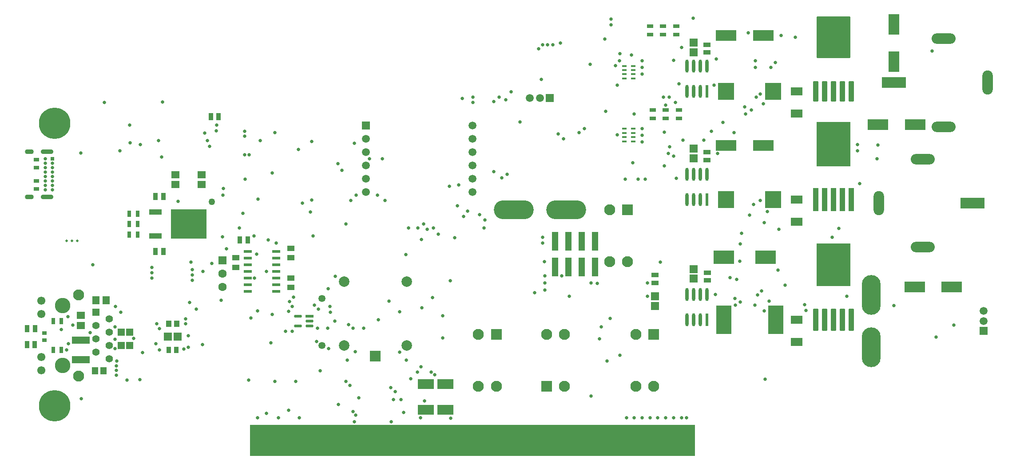
<source format=gbs>
G04*
G04 #@! TF.GenerationSoftware,Altium Limited,Altium Designer,21.3.2 (30)*
G04*
G04 Layer_Color=16711935*
%FSLAX25Y25*%
%MOIN*%
G70*
G04*
G04 #@! TF.SameCoordinates,06CA3BE7-F167-48F9-AA53-4FDEF555C1C3*
G04*
G04*
G04 #@! TF.FilePolarity,Negative*
G04*
G01*
G75*
%ADD21R,0.04921X0.03150*%
%ADD26R,0.07874X0.15748*%
%ADD27R,0.08583X0.06378*%
%ADD29R,0.11417X0.21260*%
G04:AMPARAMS|DCode=30|XSize=39.37mil|YSize=163.39mil|CornerRadius=1.97mil|HoleSize=0mil|Usage=FLASHONLY|Rotation=0.000|XOffset=0mil|YOffset=0mil|HoleType=Round|Shape=RoundedRectangle|*
%AMROUNDEDRECTD30*
21,1,0.03937,0.15945,0,0,0.0*
21,1,0.03543,0.16339,0,0,0.0*
1,1,0.00394,0.01772,-0.07972*
1,1,0.00394,-0.01772,-0.07972*
1,1,0.00394,-0.01772,0.07972*
1,1,0.00394,0.01772,0.07972*
%
%ADD30ROUNDEDRECTD30*%
G04:AMPARAMS|DCode=31|XSize=251.97mil|YSize=322.84mil|CornerRadius=2.52mil|HoleSize=0mil|Usage=FLASHONLY|Rotation=0.000|XOffset=0mil|YOffset=0mil|HoleType=Round|Shape=RoundedRectangle|*
%AMROUNDEDRECTD31*
21,1,0.25197,0.31780,0,0,0.0*
21,1,0.24693,0.32284,0,0,0.0*
1,1,0.00504,0.12347,-0.15890*
1,1,0.00504,-0.12347,-0.15890*
1,1,0.00504,-0.12347,0.15890*
1,1,0.00504,0.12347,0.15890*
%
%ADD31ROUNDEDRECTD31*%
%ADD32R,0.03150X0.04921*%
%ADD35R,0.06102X0.05512*%
%ADD36R,0.05315X0.03740*%
%ADD38R,0.03740X0.05315*%
%ADD39R,0.05315X0.03937*%
%ADD43R,0.06102X0.06102*%
%ADD53R,0.12400X0.07700*%
%ADD55R,0.02756X0.16535*%
%ADD56R,0.02756X0.12598*%
%ADD60R,0.06102X0.06102*%
%ADD67R,0.05315X0.06102*%
%ADD79R,3.33858X0.23524*%
%ADD83R,0.05906X0.05906*%
%ADD84C,0.05906*%
G04:AMPARAMS|DCode=85|XSize=299.21mil|YSize=141.73mil|CornerRadius=70.87mil|HoleSize=0mil|Usage=FLASHONLY|Rotation=90.000|XOffset=0mil|YOffset=0mil|HoleType=Round|Shape=RoundedRectangle|*
%AMROUNDEDRECTD85*
21,1,0.29921,0.00000,0,0,90.0*
21,1,0.15748,0.14173,0,0,90.0*
1,1,0.14173,0.00000,0.07874*
1,1,0.14173,0.00000,-0.07874*
1,1,0.14173,0.00000,-0.07874*
1,1,0.14173,0.00000,0.07874*
%
%ADD85ROUNDEDRECTD85*%
%ADD86C,0.06299*%
%ADD87R,0.06299X0.06299*%
%ADD88C,0.05315*%
G04:AMPARAMS|DCode=89|XSize=299.21mil|YSize=141.73mil|CornerRadius=70.87mil|HoleSize=0mil|Usage=FLASHONLY|Rotation=180.000|XOffset=0mil|YOffset=0mil|HoleType=Round|Shape=RoundedRectangle|*
%AMROUNDEDRECTD89*
21,1,0.29921,0.00000,0,0,180.0*
21,1,0.15748,0.14173,0,0,180.0*
1,1,0.14173,-0.07874,0.00000*
1,1,0.14173,0.07874,0.00000*
1,1,0.14173,0.07874,0.00000*
1,1,0.14173,-0.07874,0.00000*
%
%ADD89ROUNDEDRECTD89*%
%ADD90R,0.05906X0.05906*%
%ADD91C,0.07874*%
%ADD92R,0.07874X0.07874*%
G04:AMPARAMS|DCode=93|XSize=78.74mil|YSize=181.1mil|CornerRadius=39.37mil|HoleSize=0mil|Usage=FLASHONLY|Rotation=180.000|XOffset=0mil|YOffset=0mil|HoleType=Round|Shape=RoundedRectangle|*
%AMROUNDEDRECTD93*
21,1,0.07874,0.10236,0,0,180.0*
21,1,0.00000,0.18110,0,0,180.0*
1,1,0.07874,0.00000,0.05118*
1,1,0.07874,0.00000,0.05118*
1,1,0.07874,0.00000,-0.05118*
1,1,0.07874,0.00000,-0.05118*
%
%ADD93ROUNDEDRECTD93*%
G04:AMPARAMS|DCode=94|XSize=181.1mil|YSize=78.74mil|CornerRadius=39.37mil|HoleSize=0mil|Usage=FLASHONLY|Rotation=180.000|XOffset=0mil|YOffset=0mil|HoleType=Round|Shape=RoundedRectangle|*
%AMROUNDEDRECTD94*
21,1,0.18110,0.00000,0,0,180.0*
21,1,0.10236,0.07874,0,0,180.0*
1,1,0.07874,-0.05118,0.00000*
1,1,0.07874,0.05118,0.00000*
1,1,0.07874,0.05118,0.00000*
1,1,0.07874,-0.05118,0.00000*
%
%ADD94ROUNDEDRECTD94*%
%ADD95R,0.18110X0.07874*%
%ADD96C,0.08268*%
%ADD97R,0.08268X0.08268*%
%ADD98C,0.06102*%
%ADD99R,0.05512X0.05512*%
%ADD100C,0.05512*%
%ADD101C,0.11614*%
%ADD102C,0.23622*%
G04:AMPARAMS|DCode=103|XSize=35.43mil|YSize=66.93mil|CornerRadius=17.72mil|HoleSize=0mil|Usage=FLASHONLY|Rotation=270.000|XOffset=0mil|YOffset=0mil|HoleType=Round|Shape=RoundedRectangle|*
%AMROUNDEDRECTD103*
21,1,0.03543,0.03150,0,0,270.0*
21,1,0.00000,0.06693,0,0,270.0*
1,1,0.03543,-0.01575,0.00000*
1,1,0.03543,-0.01575,0.00000*
1,1,0.03543,0.01575,0.00000*
1,1,0.03543,0.01575,0.00000*
%
%ADD103ROUNDEDRECTD103*%
G04:AMPARAMS|DCode=104|XSize=35.43mil|YSize=94.49mil|CornerRadius=17.72mil|HoleSize=0mil|Usage=FLASHONLY|Rotation=270.000|XOffset=0mil|YOffset=0mil|HoleType=Round|Shape=RoundedRectangle|*
%AMROUNDEDRECTD104*
21,1,0.03543,0.05906,0,0,270.0*
21,1,0.00000,0.09449,0,0,270.0*
1,1,0.03543,-0.02953,0.00000*
1,1,0.03543,-0.02953,0.00000*
1,1,0.03543,0.02953,0.00000*
1,1,0.03543,0.02953,0.00000*
%
%ADD104ROUNDEDRECTD104*%
%ADD105R,0.02559X0.02559*%
%ADD106C,0.02559*%
%ADD107C,0.02500*%
%ADD108C,0.05000*%
%ADD109C,0.01968*%
%ADD117R,0.15748X0.09843*%
%ADD118R,0.03543X0.01772*%
%ADD119R,0.15748X0.07874*%
G04:AMPARAMS|DCode=120|XSize=41.34mil|YSize=175.2mil|CornerRadius=2.07mil|HoleSize=0mil|Usage=FLASHONLY|Rotation=0.000|XOffset=0mil|YOffset=0mil|HoleType=Round|Shape=RoundedRectangle|*
%AMROUNDEDRECTD120*
21,1,0.04134,0.17106,0,0,0.0*
21,1,0.03720,0.17520,0,0,0.0*
1,1,0.00413,0.01860,-0.08553*
1,1,0.00413,-0.01860,-0.08553*
1,1,0.00413,-0.01860,0.08553*
1,1,0.00413,0.01860,0.08553*
%
%ADD120ROUNDEDRECTD120*%
G04:AMPARAMS|DCode=121|XSize=253.94mil|YSize=334.65mil|CornerRadius=2.54mil|HoleSize=0mil|Usage=FLASHONLY|Rotation=0.000|XOffset=0mil|YOffset=0mil|HoleType=Round|Shape=RoundedRectangle|*
%AMROUNDEDRECTD121*
21,1,0.25394,0.32957,0,0,0.0*
21,1,0.24886,0.33465,0,0,0.0*
1,1,0.00508,0.12443,-0.16478*
1,1,0.00508,-0.12443,-0.16478*
1,1,0.00508,-0.12443,0.16478*
1,1,0.00508,0.12443,0.16478*
%
%ADD121ROUNDEDRECTD121*%
%ADD122R,0.12299X0.12799*%
%ADD123R,0.02449X0.09740*%
G04:AMPARAMS|DCode=124|XSize=97.4mil|YSize=24.49mil|CornerRadius=12.25mil|HoleSize=0mil|Usage=FLASHONLY|Rotation=90.000|XOffset=0mil|YOffset=0mil|HoleType=Round|Shape=RoundedRectangle|*
%AMROUNDEDRECTD124*
21,1,0.09740,0.00000,0,0,90.0*
21,1,0.07291,0.02449,0,0,90.0*
1,1,0.02449,0.00000,0.03646*
1,1,0.02449,0.00000,-0.03646*
1,1,0.02449,0.00000,-0.03646*
1,1,0.02449,0.00000,0.03646*
%
%ADD124ROUNDEDRECTD124*%
G04:AMPARAMS|DCode=125|XSize=37.4mil|YSize=151.58mil|CornerRadius=2.06mil|HoleSize=0mil|Usage=FLASHONLY|Rotation=0.000|XOffset=0mil|YOffset=0mil|HoleType=Round|Shape=RoundedRectangle|*
%AMROUNDEDRECTD125*
21,1,0.03740,0.14746,0,0,0.0*
21,1,0.03329,0.15158,0,0,0.0*
1,1,0.00411,0.01664,-0.07373*
1,1,0.00411,-0.01664,-0.07373*
1,1,0.00411,-0.01664,0.07373*
1,1,0.00411,0.01664,0.07373*
%
%ADD125ROUNDEDRECTD125*%
G04:AMPARAMS|DCode=126|XSize=251.97mil|YSize=311.02mil|CornerRadius=2.52mil|HoleSize=0mil|Usage=FLASHONLY|Rotation=0.000|XOffset=0mil|YOffset=0mil|HoleType=Round|Shape=RoundedRectangle|*
%AMROUNDEDRECTD126*
21,1,0.25197,0.30598,0,0,0.0*
21,1,0.24693,0.31102,0,0,0.0*
1,1,0.00504,0.12347,-0.15299*
1,1,0.00504,-0.12347,-0.15299*
1,1,0.00504,-0.12347,0.15299*
1,1,0.00504,0.12347,0.15299*
%
%ADD126ROUNDEDRECTD126*%
%ADD127R,0.06102X0.02362*%
%ADD128R,0.26772X0.21850*%
%ADD129R,0.09449X0.03937*%
%ADD130R,0.05926X0.02253*%
G04:AMPARAMS|DCode=131|XSize=59.26mil|YSize=22.53mil|CornerRadius=11.26mil|HoleSize=0mil|Usage=FLASHONLY|Rotation=180.000|XOffset=0mil|YOffset=0mil|HoleType=Round|Shape=RoundedRectangle|*
%AMROUNDEDRECTD131*
21,1,0.05926,0.00000,0,0,180.0*
21,1,0.03674,0.02253,0,0,180.0*
1,1,0.02253,-0.01837,0.00000*
1,1,0.02253,0.01837,0.00000*
1,1,0.02253,0.01837,0.00000*
1,1,0.02253,-0.01837,0.00000*
%
%ADD131ROUNDEDRECTD131*%
%ADD132R,0.05000X0.14488*%
%ADD133R,0.03465X0.02638*%
%ADD134R,0.03771X0.04969*%
%ADD135R,0.03937X0.05118*%
%ADD136R,0.05118X0.05709*%
%ADD137R,0.05315X0.05709*%
%ADD138R,0.13386X0.05512*%
%ADD139R,0.06102X0.05315*%
%ADD140R,0.03937X0.03150*%
D21*
X478346Y252756D02*
D03*
Y259055D02*
D03*
X488189Y252756D02*
D03*
Y259055D02*
D03*
X498032Y252756D02*
D03*
Y259055D02*
D03*
X476378Y315748D02*
D03*
Y322047D02*
D03*
X486221Y315748D02*
D03*
Y322047D02*
D03*
X496063Y315748D02*
D03*
Y322047D02*
D03*
D26*
X659449Y323228D02*
D03*
Y295276D02*
D03*
D27*
X586614Y101181D02*
D03*
Y84567D02*
D03*
Y191575D02*
D03*
Y174961D02*
D03*
Y272874D02*
D03*
Y256260D02*
D03*
D29*
X570669Y101378D02*
D03*
X531693D02*
D03*
D30*
X627559D02*
D03*
X620866D02*
D03*
X614173D02*
D03*
X607480D02*
D03*
X600787D02*
D03*
D31*
X614173Y142520D02*
D03*
D32*
X85433Y181102D02*
D03*
X91732D02*
D03*
X85433Y173228D02*
D03*
X91732D02*
D03*
X85433Y165354D02*
D03*
X91732D02*
D03*
X34646Y100394D02*
D03*
X28346D02*
D03*
X34646Y78740D02*
D03*
X28346D02*
D03*
D35*
X120079Y202953D02*
D03*
Y210433D02*
D03*
X139764Y202953D02*
D03*
Y210433D02*
D03*
D36*
X480315Y128957D02*
D03*
Y134862D02*
D03*
X519488Y130905D02*
D03*
Y136811D02*
D03*
X519291Y221457D02*
D03*
Y227362D02*
D03*
X519311Y302165D02*
D03*
Y308071D02*
D03*
D38*
X174409Y161417D02*
D03*
X168504D02*
D03*
X105118Y193898D02*
D03*
X111024D02*
D03*
X105118Y152559D02*
D03*
X111024D02*
D03*
X14567Y82677D02*
D03*
X8661D02*
D03*
X14764Y94488D02*
D03*
X8858D02*
D03*
X146653Y253937D02*
D03*
X152559D02*
D03*
D39*
X165354Y147835D02*
D03*
Y140748D02*
D03*
X206693Y132795D02*
D03*
Y125709D02*
D03*
Y147835D02*
D03*
Y154921D02*
D03*
D43*
X480315Y118957D02*
D03*
Y111673D02*
D03*
X509311Y132185D02*
D03*
Y139469D02*
D03*
X509252Y222736D02*
D03*
Y230020D02*
D03*
Y302461D02*
D03*
Y309744D02*
D03*
D53*
X308071Y33657D02*
D03*
Y52957D02*
D03*
X322835Y33657D02*
D03*
Y52957D02*
D03*
D55*
X278150Y13780D02*
D03*
X270276D02*
D03*
X258465D02*
D03*
X309646D02*
D03*
X297835D02*
D03*
X286024D02*
D03*
X289961D02*
D03*
X305709D02*
D03*
X293898D02*
D03*
X266339D02*
D03*
X274213D02*
D03*
X301772D02*
D03*
X262402D02*
D03*
X282087D02*
D03*
X250590D02*
D03*
X211221D02*
D03*
X246654D02*
D03*
X234842D02*
D03*
X183661D02*
D03*
X191535D02*
D03*
X207283D02*
D03*
X242717D02*
D03*
X199409D02*
D03*
X203346D02*
D03*
X215158D02*
D03*
X187598D02*
D03*
X195472D02*
D03*
X238779D02*
D03*
X254528D02*
D03*
X321457D02*
D03*
X341142D02*
D03*
X337205D02*
D03*
X372638D02*
D03*
X349016D02*
D03*
X329331D02*
D03*
X352953D02*
D03*
X317520D02*
D03*
X356890D02*
D03*
X313583D02*
D03*
X364764D02*
D03*
X325394D02*
D03*
X345079D02*
D03*
X360827D02*
D03*
X333268D02*
D03*
X368701D02*
D03*
X376575D02*
D03*
X380512D02*
D03*
X384449D02*
D03*
X388386D02*
D03*
X392323D02*
D03*
X396260D02*
D03*
X400197D02*
D03*
X404134D02*
D03*
X408071D02*
D03*
X412008D02*
D03*
X415945D02*
D03*
X419882D02*
D03*
X423819D02*
D03*
X427756D02*
D03*
X431693D02*
D03*
X435630D02*
D03*
X439567D02*
D03*
X443504D02*
D03*
X447441D02*
D03*
X451378D02*
D03*
X455315D02*
D03*
X459252D02*
D03*
X463189D02*
D03*
X467126D02*
D03*
X471063D02*
D03*
X475000D02*
D03*
X478937D02*
D03*
X482874D02*
D03*
X486811D02*
D03*
X490748D02*
D03*
X494685D02*
D03*
X498622D02*
D03*
X502559D02*
D03*
X506496D02*
D03*
D56*
X179724Y15748D02*
D03*
D60*
X121752Y88583D02*
D03*
X114469D02*
D03*
D67*
X68110Y116142D02*
D03*
X60433D02*
D03*
D79*
X343110Y10778D02*
D03*
D83*
X726734Y92874D02*
D03*
D84*
Y100394D02*
D03*
Y107913D02*
D03*
X386181Y268073D02*
D03*
X393701D02*
D03*
X343150Y197441D02*
D03*
Y207441D02*
D03*
Y217441D02*
D03*
Y227441D02*
D03*
Y237441D02*
D03*
Y247441D02*
D03*
X263150Y197441D02*
D03*
Y207441D02*
D03*
Y217441D02*
D03*
Y227441D02*
D03*
Y237441D02*
D03*
D85*
X642482Y120079D02*
D03*
Y80709D02*
D03*
D86*
X155512Y125827D02*
D03*
Y135827D02*
D03*
D87*
Y145827D02*
D03*
D88*
X230118Y117323D02*
D03*
Y81890D02*
D03*
D89*
X413386Y183821D02*
D03*
X374016D02*
D03*
D90*
X401221Y268073D02*
D03*
X263150Y247441D02*
D03*
D91*
X293898Y129921D02*
D03*
X246654D02*
D03*
Y81890D02*
D03*
X293898D02*
D03*
D92*
X270276Y74016D02*
D03*
D93*
X729921Y279528D02*
D03*
X648032Y188976D02*
D03*
D94*
X696850Y246457D02*
D03*
Y312598D02*
D03*
X681102Y222047D02*
D03*
Y155905D02*
D03*
D95*
X659449Y279528D02*
D03*
X718504Y188976D02*
D03*
D96*
X465748Y90354D02*
D03*
Y51378D02*
D03*
X479134D02*
D03*
X412205D02*
D03*
Y90354D02*
D03*
X398819D02*
D03*
X446063Y183821D02*
D03*
Y144844D02*
D03*
X459449D02*
D03*
X347638Y90354D02*
D03*
Y51378D02*
D03*
X361024D02*
D03*
X47441Y59075D02*
D03*
Y120059D02*
D03*
D97*
X479134Y90354D02*
D03*
X398819Y51378D02*
D03*
X459449Y183821D02*
D03*
X361024Y90354D02*
D03*
D98*
X19449Y73484D02*
D03*
Y63484D02*
D03*
Y115650D02*
D03*
Y105650D02*
D03*
D99*
X60433Y107067D02*
D03*
D100*
Y97067D02*
D03*
Y87067D02*
D03*
Y77067D02*
D03*
X70433Y72067D02*
D03*
Y82067D02*
D03*
Y92067D02*
D03*
Y102067D02*
D03*
D101*
X35433Y112067D02*
D03*
Y67067D02*
D03*
D102*
X29528Y36811D02*
D03*
Y249016D02*
D03*
D103*
X10492Y227658D02*
D03*
Y193602D02*
D03*
D104*
X23799Y227658D02*
D03*
Y193602D02*
D03*
D105*
X27657Y222342D02*
D03*
D106*
Y218996D02*
D03*
Y215650D02*
D03*
Y212303D02*
D03*
Y208957D02*
D03*
Y205610D02*
D03*
Y202264D02*
D03*
Y198917D02*
D03*
X22343D02*
D03*
Y202264D02*
D03*
Y205610D02*
D03*
Y208957D02*
D03*
Y212303D02*
D03*
Y215650D02*
D03*
Y218996D02*
D03*
Y222342D02*
D03*
D107*
X83858Y56043D02*
D03*
X288386Y76968D02*
D03*
X75787Y59732D02*
D03*
Y63232D02*
D03*
Y66732D02*
D03*
X75993Y70226D02*
D03*
X235039Y79522D02*
D03*
X93504Y56299D02*
D03*
X49606Y41929D02*
D03*
X254528Y24803D02*
D03*
X250000Y97632D02*
D03*
X234449Y95079D02*
D03*
X202756Y92520D02*
D03*
X207677D02*
D03*
X226181Y84842D02*
D03*
X253543Y94882D02*
D03*
X261417D02*
D03*
X226969Y95079D02*
D03*
X438386Y87008D02*
D03*
X439855Y96056D02*
D03*
X122047Y190157D02*
D03*
X632087Y232874D02*
D03*
Y228346D02*
D03*
X531299Y249606D02*
D03*
X526181Y297441D02*
D03*
X527165Y226181D02*
D03*
X39567Y103543D02*
D03*
X250984Y51968D02*
D03*
X255555Y29770D02*
D03*
X253341Y32480D02*
D03*
X248031Y55118D02*
D03*
X221450Y182192D02*
D03*
X170866Y181299D02*
D03*
X306384Y173425D02*
D03*
X457677Y206884D02*
D03*
X472926D02*
D03*
X467323Y206890D02*
D03*
X548228Y255906D02*
D03*
X552559Y258858D02*
D03*
X547638Y261221D02*
D03*
X307087Y40354D02*
D03*
X281890Y50197D02*
D03*
X285236Y47441D02*
D03*
X205118Y33268D02*
D03*
X188583Y31102D02*
D03*
X326969Y27165D02*
D03*
X304285Y27734D02*
D03*
X304331Y66142D02*
D03*
X74803Y96063D02*
D03*
X236417Y107087D02*
D03*
X95472Y76772D02*
D03*
X293110Y150394D02*
D03*
X168110Y170276D02*
D03*
X156299Y200000D02*
D03*
X172441Y206890D02*
D03*
X188583Y137795D02*
D03*
X195669Y159055D02*
D03*
X181102Y150787D02*
D03*
X158465Y154528D02*
D03*
X442520Y312205D02*
D03*
X447244Y322835D02*
D03*
X409055Y309252D02*
D03*
X394882Y281890D02*
D03*
X378740Y250000D02*
D03*
X432283Y44094D02*
D03*
X282087Y24803D02*
D03*
X228740Y62992D02*
D03*
X242323Y37598D02*
D03*
X293504Y70866D02*
D03*
X291535Y31496D02*
D03*
X296850Y56890D02*
D03*
X283661Y41339D02*
D03*
X255118Y77165D02*
D03*
X257874Y42520D02*
D03*
X447047Y327362D02*
D03*
X550000Y316929D02*
D03*
X508661Y328150D02*
D03*
X464370Y256102D02*
D03*
X572638Y138583D02*
D03*
X577953Y127362D02*
D03*
X208661Y118307D02*
D03*
X234842Y124803D02*
D03*
X189961Y161417D02*
D03*
X129921Y89370D02*
D03*
X369094Y210630D02*
D03*
X320866Y104331D02*
D03*
Y87598D02*
D03*
X314961Y60039D02*
D03*
X312008Y62008D02*
D03*
X348425Y180315D02*
D03*
X352362Y176181D02*
D03*
X351772Y170472D02*
D03*
X329921Y162992D02*
D03*
X365158Y208071D02*
D03*
X395669Y159055D02*
D03*
X407480Y241142D02*
D03*
X411417Y237205D02*
D03*
X427165Y245079D02*
D03*
X423228Y242126D02*
D03*
X487008Y217126D02*
D03*
X288386Y107283D02*
D03*
X305118Y110236D02*
D03*
X312992Y118110D02*
D03*
X191929Y83858D02*
D03*
X192913Y105315D02*
D03*
X359252Y212598D02*
D03*
X304724Y161614D02*
D03*
X368110Y266732D02*
D03*
X372047Y272638D02*
D03*
X463583Y219291D02*
D03*
X443307Y257874D02*
D03*
X488189Y262795D02*
D03*
X495472Y264764D02*
D03*
X704528Y97441D02*
D03*
X646850Y222441D02*
D03*
X691142Y88386D02*
D03*
X562795Y56496D02*
D03*
X496063Y207677D02*
D03*
X494095Y224410D02*
D03*
X501181Y236221D02*
D03*
X491142Y231299D02*
D03*
X559252Y271063D02*
D03*
X556102Y268701D02*
D03*
X453740Y74803D02*
D03*
X687992Y303346D02*
D03*
X585630Y313583D02*
D03*
X574803Y314961D02*
D03*
X236221Y111221D02*
D03*
X176969Y102756D02*
D03*
X175197Y55905D02*
D03*
X205315Y107677D02*
D03*
X210630Y55118D02*
D03*
X194882D02*
D03*
X544095Y114764D02*
D03*
X540354Y112205D02*
D03*
X301772Y62008D02*
D03*
X557087Y120079D02*
D03*
X565945Y115157D02*
D03*
X555118Y112205D02*
D03*
X540158Y117323D02*
D03*
X562008Y107874D02*
D03*
X389764Y121653D02*
D03*
X618110Y170079D02*
D03*
X613189Y163386D02*
D03*
X227362Y109252D02*
D03*
X224410Y112205D02*
D03*
X249016Y70866D02*
D03*
X205709Y114961D02*
D03*
X207677Y111221D02*
D03*
X289370Y41339D02*
D03*
X633858Y203740D02*
D03*
X624016Y119095D02*
D03*
X560039Y123031D02*
D03*
X525394Y120276D02*
D03*
X659449Y112008D02*
D03*
X135827Y109449D02*
D03*
X130709Y114173D02*
D03*
X181693Y108071D02*
D03*
X154528Y116142D02*
D03*
X147638Y143701D02*
D03*
X140748Y137795D02*
D03*
X317323Y165551D02*
D03*
X132874Y138976D02*
D03*
Y135039D02*
D03*
Y130905D02*
D03*
X102362Y132677D02*
D03*
Y136811D02*
D03*
Y140748D02*
D03*
X403543Y308071D02*
D03*
X399606D02*
D03*
X524606Y277559D02*
D03*
X516732Y236221D02*
D03*
X272638Y101378D02*
D03*
X309055Y169291D02*
D03*
X325787Y201772D02*
D03*
X363189Y268701D02*
D03*
X359252Y265158D02*
D03*
X332677Y202756D02*
D03*
X313976Y170276D02*
D03*
X326378Y130512D02*
D03*
X544291Y158465D02*
D03*
X331693Y187008D02*
D03*
X339567Y183071D02*
D03*
X395669Y163386D02*
D03*
X545276Y166339D02*
D03*
X562008Y174213D02*
D03*
X522638Y243110D02*
D03*
X561417Y263779D02*
D03*
X415748Y118898D02*
D03*
X248031Y173228D02*
D03*
X223425Y164370D02*
D03*
X215551Y188976D02*
D03*
X182087Y191929D02*
D03*
X155709Y195079D02*
D03*
X564370Y182677D02*
D03*
X490945Y268701D02*
D03*
X551181Y180118D02*
D03*
X554134Y187992D02*
D03*
X543701Y145472D02*
D03*
X536417Y132874D02*
D03*
X490158Y226378D02*
D03*
X487008Y242323D02*
D03*
X486417Y268504D02*
D03*
X593504Y108268D02*
D03*
X592520Y112598D02*
D03*
X462598Y300197D02*
D03*
X431496Y293307D02*
D03*
X500000Y306102D02*
D03*
X451772Y240158D02*
D03*
X494095Y296260D02*
D03*
X280512Y115157D02*
D03*
X392717Y305118D02*
D03*
X395669Y308071D02*
D03*
X541535Y131693D02*
D03*
X559055Y190945D02*
D03*
X539370Y242126D02*
D03*
X436811Y128740D02*
D03*
X444095Y70473D02*
D03*
X484252Y144685D02*
D03*
X470522Y234833D02*
D03*
Y239833D02*
D03*
Y244833D02*
D03*
X451772Y277559D02*
D03*
X470522Y286014D02*
D03*
Y291014D02*
D03*
X470472Y296063D02*
D03*
X570472Y294488D02*
D03*
X567303Y290965D02*
D03*
X555532Y295965D02*
D03*
Y290965D02*
D03*
X498032Y278740D02*
D03*
X647441Y232677D02*
D03*
X450591Y292323D02*
D03*
X453642Y295965D02*
D03*
X453721Y301161D02*
D03*
X131890Y144685D02*
D03*
X155512Y163583D02*
D03*
X432303Y128898D02*
D03*
X474429Y118957D02*
D03*
Y128957D02*
D03*
X573032Y169291D02*
D03*
X446590Y102362D02*
D03*
X302109Y170276D02*
D03*
X295219Y170472D02*
D03*
X343504Y264764D02*
D03*
Y268701D02*
D03*
X179449Y132795D02*
D03*
X179134Y164370D02*
D03*
X240158Y133858D02*
D03*
X335630Y267717D02*
D03*
X222638Y235236D02*
D03*
X212598Y229331D02*
D03*
X175591Y225394D02*
D03*
X172244D02*
D03*
X222402Y191181D02*
D03*
X239961Y100394D02*
D03*
X410236Y134449D02*
D03*
X397638D02*
D03*
Y128937D02*
D03*
Y123819D02*
D03*
X58071Y142520D02*
D03*
X140354Y82648D02*
D03*
X336614Y179134D02*
D03*
X397244Y144844D02*
D03*
X503937Y27559D02*
D03*
X494095D02*
D03*
X500000D02*
D03*
X488189D02*
D03*
X476378D02*
D03*
X482283D02*
D03*
X470472D02*
D03*
X464567D02*
D03*
X458661D02*
D03*
X181693D02*
D03*
X197441D02*
D03*
X213189D02*
D03*
X86221Y234449D02*
D03*
X254528Y233858D02*
D03*
X192913Y211653D02*
D03*
X126378Y79331D02*
D03*
X245079Y213583D02*
D03*
X242126Y218504D02*
D03*
X129921Y80709D02*
D03*
X38386Y78740D02*
D03*
X34646Y94095D02*
D03*
X39764Y83268D02*
D03*
X106270Y98425D02*
D03*
X108268Y94488D02*
D03*
X105512Y83465D02*
D03*
X74803Y79528D02*
D03*
X56299Y91732D02*
D03*
X43307Y97244D02*
D03*
X108268Y78740D02*
D03*
X127953Y98425D02*
D03*
Y101969D02*
D03*
X251969Y190945D02*
D03*
X255906Y194882D02*
D03*
X271654D02*
D03*
X277559Y190945D02*
D03*
X79134Y107087D02*
D03*
X75197Y111417D02*
D03*
X88976Y87402D02*
D03*
X74803Y86614D02*
D03*
X145669Y231496D02*
D03*
X49213Y226772D02*
D03*
X85827Y247638D02*
D03*
X275590Y222441D02*
D03*
X265748Y222441D02*
D03*
X194882Y242126D02*
D03*
X183858Y235827D02*
D03*
X78347Y228346D02*
D03*
X93848Y232825D02*
D03*
X142126Y241732D02*
D03*
X144095Y235827D02*
D03*
X66929Y264567D02*
D03*
X110630Y264961D02*
D03*
X150787Y243307D02*
D03*
X109843Y223622D02*
D03*
X151181Y247638D02*
D03*
X107480Y235827D02*
D03*
X172244Y239173D02*
D03*
Y243110D02*
D03*
D108*
X147441Y189961D02*
D03*
D109*
X46575Y160650D02*
D03*
X42520D02*
D03*
X38465D02*
D03*
D117*
X531811Y148228D02*
D03*
X563307D02*
D03*
D118*
X463976Y235433D02*
D03*
Y238583D02*
D03*
Y241732D02*
D03*
Y244882D02*
D03*
X457283D02*
D03*
Y241732D02*
D03*
Y238583D02*
D03*
Y235433D02*
D03*
X463976Y282677D02*
D03*
Y285827D02*
D03*
Y288976D02*
D03*
Y292126D02*
D03*
X457283D02*
D03*
Y288976D02*
D03*
Y285827D02*
D03*
Y282677D02*
D03*
D119*
X702953Y125984D02*
D03*
X675000D02*
D03*
X533581Y232283D02*
D03*
X561533D02*
D03*
X675394Y248031D02*
D03*
X647441D02*
D03*
X533581Y314961D02*
D03*
X561533D02*
D03*
D120*
X627559Y191732D02*
D03*
X620866D02*
D03*
X614173D02*
D03*
X607480D02*
D03*
X600787D02*
D03*
D121*
X614173Y233268D02*
D03*
D122*
X568782Y191575D02*
D03*
X533581D02*
D03*
X533581Y272835D02*
D03*
X568782D02*
D03*
D123*
X519311Y191575D02*
D03*
Y272874D02*
D03*
Y101378D02*
D03*
D124*
X514311Y191575D02*
D03*
X509311D02*
D03*
X504311D02*
D03*
Y210599D02*
D03*
X509311D02*
D03*
X514311D02*
D03*
X519311D02*
D03*
X514311Y272874D02*
D03*
X509311D02*
D03*
X504311D02*
D03*
Y291898D02*
D03*
X509311D02*
D03*
X514311D02*
D03*
X519311D02*
D03*
X514311Y101378D02*
D03*
X509311D02*
D03*
X504311D02*
D03*
Y120402D02*
D03*
X509311D02*
D03*
X514311D02*
D03*
X519311D02*
D03*
D125*
X627559Y272835D02*
D03*
X620866D02*
D03*
X614173D02*
D03*
X607480D02*
D03*
X600787D02*
D03*
D126*
X614173Y313583D02*
D03*
D127*
X195669Y152795D02*
D03*
Y147795D02*
D03*
Y142795D02*
D03*
Y137795D02*
D03*
Y132795D02*
D03*
Y127795D02*
D03*
Y122795D02*
D03*
X174409D02*
D03*
Y127795D02*
D03*
Y132795D02*
D03*
Y137795D02*
D03*
Y142795D02*
D03*
Y147795D02*
D03*
Y152795D02*
D03*
D128*
X130315Y173228D02*
D03*
D129*
X105118Y182205D02*
D03*
Y164252D02*
D03*
D130*
X220868Y104134D02*
D03*
D131*
Y100394D02*
D03*
Y96653D02*
D03*
X212203D02*
D03*
Y104134D02*
D03*
D132*
X415252Y160335D02*
D03*
X425252D02*
D03*
X435252D02*
D03*
X405252D02*
D03*
Y140847D02*
D03*
X415252D02*
D03*
X425252D02*
D03*
X435252D02*
D03*
D133*
X21654Y91201D02*
D03*
Y85965D02*
D03*
D134*
X115247Y78740D02*
D03*
X120973D02*
D03*
D135*
X121063Y98425D02*
D03*
X115157D02*
D03*
D136*
X66142Y62992D02*
D03*
X59842D02*
D03*
D137*
X79429Y82067D02*
D03*
X85925D02*
D03*
X79429Y92067D02*
D03*
X85925D02*
D03*
D138*
X49213Y86024D02*
D03*
Y71457D02*
D03*
D139*
Y104626D02*
D03*
Y96949D02*
D03*
D140*
X15748Y205610D02*
D03*
Y199705D02*
D03*
Y215650D02*
D03*
Y221555D02*
D03*
M02*

</source>
